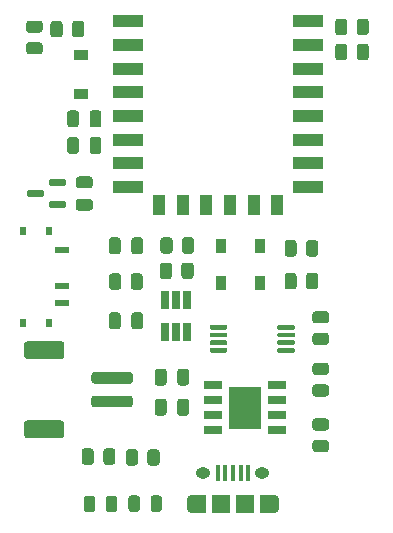
<source format=gtp>
G04 #@! TF.GenerationSoftware,KiCad,Pcbnew,(5.1.12)-1*
G04 #@! TF.CreationDate,2021-12-21T15:59:21+01:00*
G04 #@! TF.ProjectId,iot-postbox,696f742d-706f-4737-9462-6f782e6b6963,v0.3*
G04 #@! TF.SameCoordinates,Original*
G04 #@! TF.FileFunction,Paste,Top*
G04 #@! TF.FilePolarity,Positive*
%FSLAX46Y46*%
G04 Gerber Fmt 4.6, Leading zero omitted, Abs format (unit mm)*
G04 Created by KiCad (PCBNEW (5.1.12)-1) date 2021-12-21 15:59:21*
%MOMM*%
%LPD*%
G01*
G04 APERTURE LIST*
%ADD10R,0.600000X0.800000*%
%ADD11R,1.200000X0.600000*%
%ADD12R,0.650000X1.560000*%
%ADD13R,1.500000X0.650000*%
%ADD14R,2.700000X3.600000*%
%ADD15R,2.500000X1.000000*%
%ADD16R,1.000000X1.800000*%
%ADD17O,1.250000X0.950000*%
%ADD18R,1.200000X1.550000*%
%ADD19O,0.890000X1.550000*%
%ADD20R,1.500000X1.550000*%
%ADD21R,0.400000X1.350000*%
%ADD22R,1.200000X0.900000*%
%ADD23R,0.900000X1.200000*%
G04 APERTURE END LIST*
D10*
X100239000Y-135650000D03*
X102459000Y-135650000D03*
X100239000Y-127830000D03*
X102459000Y-127830000D03*
D11*
X103559000Y-129490000D03*
X103559000Y-132490000D03*
X103559000Y-133990000D03*
G36*
G01*
X103900000Y-125500000D02*
X103900000Y-125800000D01*
G75*
G02*
X103750000Y-125950000I-150000J0D01*
G01*
X102575000Y-125950000D01*
G75*
G02*
X102425000Y-125800000I0J150000D01*
G01*
X102425000Y-125500000D01*
G75*
G02*
X102575000Y-125350000I150000J0D01*
G01*
X103750000Y-125350000D01*
G75*
G02*
X103900000Y-125500000I0J-150000D01*
G01*
G37*
G36*
G01*
X103900000Y-123600000D02*
X103900000Y-123900000D01*
G75*
G02*
X103750000Y-124050000I-150000J0D01*
G01*
X102575000Y-124050000D01*
G75*
G02*
X102425000Y-123900000I0J150000D01*
G01*
X102425000Y-123600000D01*
G75*
G02*
X102575000Y-123450000I150000J0D01*
G01*
X103750000Y-123450000D01*
G75*
G02*
X103900000Y-123600000I0J-150000D01*
G01*
G37*
G36*
G01*
X102025000Y-124550000D02*
X102025000Y-124850000D01*
G75*
G02*
X101875000Y-125000000I-150000J0D01*
G01*
X100700000Y-125000000D01*
G75*
G02*
X100550000Y-124850000I0J150000D01*
G01*
X100550000Y-124550000D01*
G75*
G02*
X100700000Y-124400000I150000J0D01*
G01*
X101875000Y-124400000D01*
G75*
G02*
X102025000Y-124550000I0J-150000D01*
G01*
G37*
G36*
G01*
X116050000Y-136125000D02*
X116050000Y-135925000D01*
G75*
G02*
X116150000Y-135825000I100000J0D01*
G01*
X117425000Y-135825000D01*
G75*
G02*
X117525000Y-135925000I0J-100000D01*
G01*
X117525000Y-136125000D01*
G75*
G02*
X117425000Y-136225000I-100000J0D01*
G01*
X116150000Y-136225000D01*
G75*
G02*
X116050000Y-136125000I0J100000D01*
G01*
G37*
G36*
G01*
X116050000Y-136775000D02*
X116050000Y-136575000D01*
G75*
G02*
X116150000Y-136475000I100000J0D01*
G01*
X117425000Y-136475000D01*
G75*
G02*
X117525000Y-136575000I0J-100000D01*
G01*
X117525000Y-136775000D01*
G75*
G02*
X117425000Y-136875000I-100000J0D01*
G01*
X116150000Y-136875000D01*
G75*
G02*
X116050000Y-136775000I0J100000D01*
G01*
G37*
G36*
G01*
X116050000Y-137425000D02*
X116050000Y-137225000D01*
G75*
G02*
X116150000Y-137125000I100000J0D01*
G01*
X117425000Y-137125000D01*
G75*
G02*
X117525000Y-137225000I0J-100000D01*
G01*
X117525000Y-137425000D01*
G75*
G02*
X117425000Y-137525000I-100000J0D01*
G01*
X116150000Y-137525000D01*
G75*
G02*
X116050000Y-137425000I0J100000D01*
G01*
G37*
G36*
G01*
X116050000Y-138075000D02*
X116050000Y-137875000D01*
G75*
G02*
X116150000Y-137775000I100000J0D01*
G01*
X117425000Y-137775000D01*
G75*
G02*
X117525000Y-137875000I0J-100000D01*
G01*
X117525000Y-138075000D01*
G75*
G02*
X117425000Y-138175000I-100000J0D01*
G01*
X116150000Y-138175000D01*
G75*
G02*
X116050000Y-138075000I0J100000D01*
G01*
G37*
G36*
G01*
X121775000Y-138075000D02*
X121775000Y-137875000D01*
G75*
G02*
X121875000Y-137775000I100000J0D01*
G01*
X123150000Y-137775000D01*
G75*
G02*
X123250000Y-137875000I0J-100000D01*
G01*
X123250000Y-138075000D01*
G75*
G02*
X123150000Y-138175000I-100000J0D01*
G01*
X121875000Y-138175000D01*
G75*
G02*
X121775000Y-138075000I0J100000D01*
G01*
G37*
G36*
G01*
X121775000Y-137425000D02*
X121775000Y-137225000D01*
G75*
G02*
X121875000Y-137125000I100000J0D01*
G01*
X123150000Y-137125000D01*
G75*
G02*
X123250000Y-137225000I0J-100000D01*
G01*
X123250000Y-137425000D01*
G75*
G02*
X123150000Y-137525000I-100000J0D01*
G01*
X121875000Y-137525000D01*
G75*
G02*
X121775000Y-137425000I0J100000D01*
G01*
G37*
G36*
G01*
X121775000Y-136775000D02*
X121775000Y-136575000D01*
G75*
G02*
X121875000Y-136475000I100000J0D01*
G01*
X123150000Y-136475000D01*
G75*
G02*
X123250000Y-136575000I0J-100000D01*
G01*
X123250000Y-136775000D01*
G75*
G02*
X123150000Y-136875000I-100000J0D01*
G01*
X121875000Y-136875000D01*
G75*
G02*
X121775000Y-136775000I0J100000D01*
G01*
G37*
G36*
G01*
X121775000Y-136125000D02*
X121775000Y-135925000D01*
G75*
G02*
X121875000Y-135825000I100000J0D01*
G01*
X123150000Y-135825000D01*
G75*
G02*
X123250000Y-135925000I0J-100000D01*
G01*
X123250000Y-136125000D01*
G75*
G02*
X123150000Y-136225000I-100000J0D01*
G01*
X121875000Y-136225000D01*
G75*
G02*
X121775000Y-136125000I0J100000D01*
G01*
G37*
D12*
X112250000Y-136400000D03*
X113200000Y-136400000D03*
X114150000Y-136400000D03*
X114150000Y-133700000D03*
X112250000Y-133700000D03*
X113200000Y-133700000D03*
D13*
X121750000Y-144755000D03*
X121750000Y-143485000D03*
X121750000Y-142215000D03*
X121750000Y-140945000D03*
X116350000Y-140945000D03*
X116350000Y-142215000D03*
X116350000Y-143485000D03*
X116350000Y-144755000D03*
D14*
X119050000Y-142850000D03*
D15*
X109160000Y-110130000D03*
X109160000Y-112130000D03*
X109160000Y-114130000D03*
X109160000Y-116130000D03*
X109160000Y-118130000D03*
X109160000Y-120130000D03*
X109160000Y-122130000D03*
X109160000Y-124130000D03*
D16*
X111760000Y-125630000D03*
X113760000Y-125630000D03*
X115760000Y-125630000D03*
X117760000Y-125630000D03*
X119760000Y-125630000D03*
X121760000Y-125630000D03*
D15*
X124360000Y-124130000D03*
X124360000Y-122130000D03*
X124360000Y-120130000D03*
X124360000Y-118130000D03*
X124360000Y-116130000D03*
X124360000Y-114130000D03*
X124360000Y-112130000D03*
X124360000Y-110130000D03*
G36*
G01*
X125890002Y-144770000D02*
X124989998Y-144770000D01*
G75*
G02*
X124740000Y-144520002I0J249998D01*
G01*
X124740000Y-143994998D01*
G75*
G02*
X124989998Y-143745000I249998J0D01*
G01*
X125890002Y-143745000D01*
G75*
G02*
X126140000Y-143994998I0J-249998D01*
G01*
X126140000Y-144520002D01*
G75*
G02*
X125890002Y-144770000I-249998J0D01*
G01*
G37*
G36*
G01*
X125890002Y-146595000D02*
X124989998Y-146595000D01*
G75*
G02*
X124740000Y-146345002I0J249998D01*
G01*
X124740000Y-145819998D01*
G75*
G02*
X124989998Y-145570000I249998J0D01*
G01*
X125890002Y-145570000D01*
G75*
G02*
X126140000Y-145819998I0J-249998D01*
G01*
X126140000Y-146345002D01*
G75*
G02*
X125890002Y-146595000I-249998J0D01*
G01*
G37*
G36*
G01*
X114725000Y-128649998D02*
X114725000Y-129550002D01*
G75*
G02*
X114475002Y-129800000I-249998J0D01*
G01*
X113949998Y-129800000D01*
G75*
G02*
X113700000Y-129550002I0J249998D01*
G01*
X113700000Y-128649998D01*
G75*
G02*
X113949998Y-128400000I249998J0D01*
G01*
X114475002Y-128400000D01*
G75*
G02*
X114725000Y-128649998I0J-249998D01*
G01*
G37*
G36*
G01*
X112900000Y-128649998D02*
X112900000Y-129550002D01*
G75*
G02*
X112650002Y-129800000I-249998J0D01*
G01*
X112124998Y-129800000D01*
G75*
G02*
X111875000Y-129550002I0J249998D01*
G01*
X111875000Y-128649998D01*
G75*
G02*
X112124998Y-128400000I249998J0D01*
G01*
X112650002Y-128400000D01*
G75*
G02*
X112900000Y-128649998I0J-249998D01*
G01*
G37*
G36*
G01*
X111825000Y-131700002D02*
X111825000Y-130799998D01*
G75*
G02*
X112074998Y-130550000I249998J0D01*
G01*
X112600002Y-130550000D01*
G75*
G02*
X112850000Y-130799998I0J-249998D01*
G01*
X112850000Y-131700002D01*
G75*
G02*
X112600002Y-131950000I-249998J0D01*
G01*
X112074998Y-131950000D01*
G75*
G02*
X111825000Y-131700002I0J249998D01*
G01*
G37*
G36*
G01*
X113650000Y-131700002D02*
X113650000Y-130799998D01*
G75*
G02*
X113899998Y-130550000I249998J0D01*
G01*
X114425002Y-130550000D01*
G75*
G02*
X114675000Y-130799998I0J-249998D01*
G01*
X114675000Y-131700002D01*
G75*
G02*
X114425002Y-131950000I-249998J0D01*
G01*
X113899998Y-131950000D01*
G75*
G02*
X113650000Y-131700002I0J249998D01*
G01*
G37*
G36*
G01*
X107525000Y-132600002D02*
X107525000Y-131699998D01*
G75*
G02*
X107774998Y-131450000I249998J0D01*
G01*
X108300002Y-131450000D01*
G75*
G02*
X108550000Y-131699998I0J-249998D01*
G01*
X108550000Y-132600002D01*
G75*
G02*
X108300002Y-132850000I-249998J0D01*
G01*
X107774998Y-132850000D01*
G75*
G02*
X107525000Y-132600002I0J249998D01*
G01*
G37*
G36*
G01*
X109350000Y-132600002D02*
X109350000Y-131699998D01*
G75*
G02*
X109599998Y-131450000I249998J0D01*
G01*
X110125002Y-131450000D01*
G75*
G02*
X110375000Y-131699998I0J-249998D01*
G01*
X110375000Y-132600002D01*
G75*
G02*
X110125002Y-132850000I-249998J0D01*
G01*
X109599998Y-132850000D01*
G75*
G02*
X109350000Y-132600002I0J249998D01*
G01*
G37*
G36*
G01*
X124989998Y-140860000D02*
X125890002Y-140860000D01*
G75*
G02*
X126140000Y-141109998I0J-249998D01*
G01*
X126140000Y-141635002D01*
G75*
G02*
X125890002Y-141885000I-249998J0D01*
G01*
X124989998Y-141885000D01*
G75*
G02*
X124740000Y-141635002I0J249998D01*
G01*
X124740000Y-141109998D01*
G75*
G02*
X124989998Y-140860000I249998J0D01*
G01*
G37*
G36*
G01*
X124989998Y-139035000D02*
X125890002Y-139035000D01*
G75*
G02*
X126140000Y-139284998I0J-249998D01*
G01*
X126140000Y-139810002D01*
G75*
G02*
X125890002Y-140060000I-249998J0D01*
G01*
X124989998Y-140060000D01*
G75*
G02*
X124740000Y-139810002I0J249998D01*
G01*
X124740000Y-139284998D01*
G75*
G02*
X124989998Y-139035000I249998J0D01*
G01*
G37*
G36*
G01*
X107030000Y-147420002D02*
X107030000Y-146519998D01*
G75*
G02*
X107279998Y-146270000I249998J0D01*
G01*
X107805002Y-146270000D01*
G75*
G02*
X108055000Y-146519998I0J-249998D01*
G01*
X108055000Y-147420002D01*
G75*
G02*
X107805002Y-147670000I-249998J0D01*
G01*
X107279998Y-147670000D01*
G75*
G02*
X107030000Y-147420002I0J249998D01*
G01*
G37*
G36*
G01*
X105205000Y-147420002D02*
X105205000Y-146519998D01*
G75*
G02*
X105454998Y-146270000I249998J0D01*
G01*
X105980002Y-146270000D01*
G75*
G02*
X106230000Y-146519998I0J-249998D01*
G01*
X106230000Y-147420002D01*
G75*
G02*
X105980002Y-147670000I-249998J0D01*
G01*
X105454998Y-147670000D01*
G75*
G02*
X105205000Y-147420002I0J249998D01*
G01*
G37*
G36*
G01*
X111795000Y-146589998D02*
X111795000Y-147490002D01*
G75*
G02*
X111545002Y-147740000I-249998J0D01*
G01*
X111019998Y-147740000D01*
G75*
G02*
X110770000Y-147490002I0J249998D01*
G01*
X110770000Y-146589998D01*
G75*
G02*
X111019998Y-146340000I249998J0D01*
G01*
X111545002Y-146340000D01*
G75*
G02*
X111795000Y-146589998I0J-249998D01*
G01*
G37*
G36*
G01*
X109970000Y-146589998D02*
X109970000Y-147490002D01*
G75*
G02*
X109720002Y-147740000I-249998J0D01*
G01*
X109194998Y-147740000D01*
G75*
G02*
X108945000Y-147490002I0J249998D01*
G01*
X108945000Y-146589998D01*
G75*
G02*
X109194998Y-146340000I249998J0D01*
G01*
X109720002Y-146340000D01*
G75*
G02*
X109970000Y-146589998I0J-249998D01*
G01*
G37*
G36*
G01*
X122375000Y-129790002D02*
X122375000Y-128889998D01*
G75*
G02*
X122624998Y-128640000I249998J0D01*
G01*
X123150002Y-128640000D01*
G75*
G02*
X123400000Y-128889998I0J-249998D01*
G01*
X123400000Y-129790002D01*
G75*
G02*
X123150002Y-130040000I-249998J0D01*
G01*
X122624998Y-130040000D01*
G75*
G02*
X122375000Y-129790002I0J249998D01*
G01*
G37*
G36*
G01*
X124200000Y-129790002D02*
X124200000Y-128889998D01*
G75*
G02*
X124449998Y-128640000I249998J0D01*
G01*
X124975002Y-128640000D01*
G75*
G02*
X125225000Y-128889998I0J-249998D01*
G01*
X125225000Y-129790002D01*
G75*
G02*
X124975002Y-130040000I-249998J0D01*
G01*
X124449998Y-130040000D01*
G75*
G02*
X124200000Y-129790002I0J249998D01*
G01*
G37*
G36*
G01*
X122375000Y-132565002D02*
X122375000Y-131664998D01*
G75*
G02*
X122624998Y-131415000I249998J0D01*
G01*
X123150002Y-131415000D01*
G75*
G02*
X123400000Y-131664998I0J-249998D01*
G01*
X123400000Y-132565002D01*
G75*
G02*
X123150002Y-132815000I-249998J0D01*
G01*
X122624998Y-132815000D01*
G75*
G02*
X122375000Y-132565002I0J249998D01*
G01*
G37*
G36*
G01*
X124200000Y-132565002D02*
X124200000Y-131664998D01*
G75*
G02*
X124449998Y-131415000I249998J0D01*
G01*
X124975002Y-131415000D01*
G75*
G02*
X125225000Y-131664998I0J-249998D01*
G01*
X125225000Y-132565002D01*
G75*
G02*
X124975002Y-132815000I-249998J0D01*
G01*
X124449998Y-132815000D01*
G75*
G02*
X124200000Y-132565002I0J249998D01*
G01*
G37*
G36*
G01*
X100743998Y-110065000D02*
X101644002Y-110065000D01*
G75*
G02*
X101894000Y-110314998I0J-249998D01*
G01*
X101894000Y-110840002D01*
G75*
G02*
X101644002Y-111090000I-249998J0D01*
G01*
X100743998Y-111090000D01*
G75*
G02*
X100494000Y-110840002I0J249998D01*
G01*
X100494000Y-110314998D01*
G75*
G02*
X100743998Y-110065000I249998J0D01*
G01*
G37*
G36*
G01*
X100743998Y-111890000D02*
X101644002Y-111890000D01*
G75*
G02*
X101894000Y-112139998I0J-249998D01*
G01*
X101894000Y-112665002D01*
G75*
G02*
X101644002Y-112915000I-249998J0D01*
G01*
X100743998Y-112915000D01*
G75*
G02*
X100494000Y-112665002I0J249998D01*
G01*
X100494000Y-112139998D01*
G75*
G02*
X100743998Y-111890000I249998J0D01*
G01*
G37*
G36*
G01*
X128488000Y-111040002D02*
X128488000Y-110139998D01*
G75*
G02*
X128737998Y-109890000I249998J0D01*
G01*
X129263002Y-109890000D01*
G75*
G02*
X129513000Y-110139998I0J-249998D01*
G01*
X129513000Y-111040002D01*
G75*
G02*
X129263002Y-111290000I-249998J0D01*
G01*
X128737998Y-111290000D01*
G75*
G02*
X128488000Y-111040002I0J249998D01*
G01*
G37*
G36*
G01*
X126663000Y-111040002D02*
X126663000Y-110139998D01*
G75*
G02*
X126912998Y-109890000I249998J0D01*
G01*
X127438002Y-109890000D01*
G75*
G02*
X127688000Y-110139998I0J-249998D01*
G01*
X127688000Y-111040002D01*
G75*
G02*
X127438002Y-111290000I-249998J0D01*
G01*
X126912998Y-111290000D01*
G75*
G02*
X126663000Y-111040002I0J249998D01*
G01*
G37*
G36*
G01*
X124989998Y-136490000D02*
X125890002Y-136490000D01*
G75*
G02*
X126140000Y-136739998I0J-249998D01*
G01*
X126140000Y-137265002D01*
G75*
G02*
X125890002Y-137515000I-249998J0D01*
G01*
X124989998Y-137515000D01*
G75*
G02*
X124740000Y-137265002I0J249998D01*
G01*
X124740000Y-136739998D01*
G75*
G02*
X124989998Y-136490000I249998J0D01*
G01*
G37*
G36*
G01*
X124989998Y-134665000D02*
X125890002Y-134665000D01*
G75*
G02*
X126140000Y-134914998I0J-249998D01*
G01*
X126140000Y-135440002D01*
G75*
G02*
X125890002Y-135690000I-249998J0D01*
G01*
X124989998Y-135690000D01*
G75*
G02*
X124740000Y-135440002I0J249998D01*
G01*
X124740000Y-134914998D01*
G75*
G02*
X124989998Y-134665000I249998J0D01*
G01*
G37*
G36*
G01*
X128488000Y-113160002D02*
X128488000Y-112259998D01*
G75*
G02*
X128737998Y-112010000I249998J0D01*
G01*
X129263002Y-112010000D01*
G75*
G02*
X129513000Y-112259998I0J-249998D01*
G01*
X129513000Y-113160002D01*
G75*
G02*
X129263002Y-113410000I-249998J0D01*
G01*
X128737998Y-113410000D01*
G75*
G02*
X128488000Y-113160002I0J249998D01*
G01*
G37*
G36*
G01*
X126663000Y-113160002D02*
X126663000Y-112259998D01*
G75*
G02*
X126912998Y-112010000I249998J0D01*
G01*
X127438002Y-112010000D01*
G75*
G02*
X127688000Y-112259998I0J-249998D01*
G01*
X127688000Y-113160002D01*
G75*
G02*
X127438002Y-113410000I-249998J0D01*
G01*
X126912998Y-113410000D01*
G75*
G02*
X126663000Y-113160002I0J249998D01*
G01*
G37*
G36*
G01*
X102560000Y-111230002D02*
X102560000Y-110329998D01*
G75*
G02*
X102809998Y-110080000I249998J0D01*
G01*
X103335002Y-110080000D01*
G75*
G02*
X103585000Y-110329998I0J-249998D01*
G01*
X103585000Y-111230002D01*
G75*
G02*
X103335002Y-111480000I-249998J0D01*
G01*
X102809998Y-111480000D01*
G75*
G02*
X102560000Y-111230002I0J249998D01*
G01*
G37*
G36*
G01*
X104385000Y-111230002D02*
X104385000Y-110329998D01*
G75*
G02*
X104634998Y-110080000I249998J0D01*
G01*
X105160002Y-110080000D01*
G75*
G02*
X105410000Y-110329998I0J-249998D01*
G01*
X105410000Y-111230002D01*
G75*
G02*
X105160002Y-111480000I-249998J0D01*
G01*
X104634998Y-111480000D01*
G75*
G02*
X104385000Y-111230002I0J249998D01*
G01*
G37*
G36*
G01*
X100580000Y-143910000D02*
X103480000Y-143910000D01*
G75*
G02*
X103730000Y-144160000I0J-250000D01*
G01*
X103730000Y-145160000D01*
G75*
G02*
X103480000Y-145410000I-250000J0D01*
G01*
X100580000Y-145410000D01*
G75*
G02*
X100330000Y-145160000I0J250000D01*
G01*
X100330000Y-144160000D01*
G75*
G02*
X100580000Y-143910000I250000J0D01*
G01*
G37*
G36*
G01*
X100580000Y-137210000D02*
X103480000Y-137210000D01*
G75*
G02*
X103730000Y-137460000I0J-250000D01*
G01*
X103730000Y-138460000D01*
G75*
G02*
X103480000Y-138710000I-250000J0D01*
G01*
X100580000Y-138710000D01*
G75*
G02*
X100330000Y-138460000I0J250000D01*
G01*
X100330000Y-137460000D01*
G75*
G02*
X100580000Y-137210000I250000J0D01*
G01*
G37*
G36*
G01*
X106280000Y-141810000D02*
X109280000Y-141810000D01*
G75*
G02*
X109530000Y-142060000I0J-250000D01*
G01*
X109530000Y-142560000D01*
G75*
G02*
X109280000Y-142810000I-250000J0D01*
G01*
X106280000Y-142810000D01*
G75*
G02*
X106030000Y-142560000I0J250000D01*
G01*
X106030000Y-142060000D01*
G75*
G02*
X106280000Y-141810000I250000J0D01*
G01*
G37*
G36*
G01*
X106280000Y-139810000D02*
X109280000Y-139810000D01*
G75*
G02*
X109530000Y-140060000I0J-250000D01*
G01*
X109530000Y-140560000D01*
G75*
G02*
X109280000Y-140810000I-250000J0D01*
G01*
X106280000Y-140810000D01*
G75*
G02*
X106030000Y-140560000I0J250000D01*
G01*
X106030000Y-140060000D01*
G75*
G02*
X106280000Y-139810000I250000J0D01*
G01*
G37*
D17*
X120510000Y-148320000D03*
X115510000Y-148320000D03*
D18*
X120910000Y-151020000D03*
X115110000Y-151020000D03*
D19*
X121510000Y-151020000D03*
D20*
X119010000Y-151020000D03*
X117010000Y-151020000D03*
D19*
X114510000Y-151020000D03*
D21*
X119310000Y-148320000D03*
X118660000Y-148320000D03*
X118010000Y-148320000D03*
X117360000Y-148320000D03*
X116710000Y-148320000D03*
G36*
G01*
X107248000Y-151446250D02*
X107248000Y-150533750D01*
G75*
G02*
X107491750Y-150290000I243750J0D01*
G01*
X107979250Y-150290000D01*
G75*
G02*
X108223000Y-150533750I0J-243750D01*
G01*
X108223000Y-151446250D01*
G75*
G02*
X107979250Y-151690000I-243750J0D01*
G01*
X107491750Y-151690000D01*
G75*
G02*
X107248000Y-151446250I0J243750D01*
G01*
G37*
G36*
G01*
X105373000Y-151446250D02*
X105373000Y-150533750D01*
G75*
G02*
X105616750Y-150290000I243750J0D01*
G01*
X106104250Y-150290000D01*
G75*
G02*
X106348000Y-150533750I0J-243750D01*
G01*
X106348000Y-151446250D01*
G75*
G02*
X106104250Y-151690000I-243750J0D01*
G01*
X105616750Y-151690000D01*
G75*
G02*
X105373000Y-151446250I0J243750D01*
G01*
G37*
G36*
G01*
X109155000Y-151416250D02*
X109155000Y-150503750D01*
G75*
G02*
X109398750Y-150260000I243750J0D01*
G01*
X109886250Y-150260000D01*
G75*
G02*
X110130000Y-150503750I0J-243750D01*
G01*
X110130000Y-151416250D01*
G75*
G02*
X109886250Y-151660000I-243750J0D01*
G01*
X109398750Y-151660000D01*
G75*
G02*
X109155000Y-151416250I0J243750D01*
G01*
G37*
G36*
G01*
X111030000Y-151416250D02*
X111030000Y-150503750D01*
G75*
G02*
X111273750Y-150260000I243750J0D01*
G01*
X111761250Y-150260000D01*
G75*
G02*
X112005000Y-150503750I0J-243750D01*
G01*
X112005000Y-151416250D01*
G75*
G02*
X111761250Y-151660000I-243750J0D01*
G01*
X111273750Y-151660000D01*
G75*
G02*
X111030000Y-151416250I0J243750D01*
G01*
G37*
D22*
X105115000Y-112950000D03*
X105115000Y-116250000D03*
D23*
X117030000Y-132315000D03*
X120330000Y-132315000D03*
X117030000Y-129140000D03*
X120330000Y-129140000D03*
G36*
G01*
X104950000Y-123250000D02*
X105900000Y-123250000D01*
G75*
G02*
X106150000Y-123500000I0J-250000D01*
G01*
X106150000Y-124000000D01*
G75*
G02*
X105900000Y-124250000I-250000J0D01*
G01*
X104950000Y-124250000D01*
G75*
G02*
X104700000Y-124000000I0J250000D01*
G01*
X104700000Y-123500000D01*
G75*
G02*
X104950000Y-123250000I250000J0D01*
G01*
G37*
G36*
G01*
X104950000Y-125150000D02*
X105900000Y-125150000D01*
G75*
G02*
X106150000Y-125400000I0J-250000D01*
G01*
X106150000Y-125900000D01*
G75*
G02*
X105900000Y-126150000I-250000J0D01*
G01*
X104950000Y-126150000D01*
G75*
G02*
X104700000Y-125900000I0J250000D01*
G01*
X104700000Y-125400000D01*
G75*
G02*
X104950000Y-125150000I250000J0D01*
G01*
G37*
G36*
G01*
X107500000Y-129605000D02*
X107500000Y-128655000D01*
G75*
G02*
X107750000Y-128405000I250000J0D01*
G01*
X108250000Y-128405000D01*
G75*
G02*
X108500000Y-128655000I0J-250000D01*
G01*
X108500000Y-129605000D01*
G75*
G02*
X108250000Y-129855000I-250000J0D01*
G01*
X107750000Y-129855000D01*
G75*
G02*
X107500000Y-129605000I0J250000D01*
G01*
G37*
G36*
G01*
X109400000Y-129605000D02*
X109400000Y-128655000D01*
G75*
G02*
X109650000Y-128405000I250000J0D01*
G01*
X110150000Y-128405000D01*
G75*
G02*
X110400000Y-128655000I0J-250000D01*
G01*
X110400000Y-129605000D01*
G75*
G02*
X110150000Y-129855000I-250000J0D01*
G01*
X109650000Y-129855000D01*
G75*
G02*
X109400000Y-129605000I0J250000D01*
G01*
G37*
G36*
G01*
X110400000Y-135005000D02*
X110400000Y-135955000D01*
G75*
G02*
X110150000Y-136205000I-250000J0D01*
G01*
X109650000Y-136205000D01*
G75*
G02*
X109400000Y-135955000I0J250000D01*
G01*
X109400000Y-135005000D01*
G75*
G02*
X109650000Y-134755000I250000J0D01*
G01*
X110150000Y-134755000D01*
G75*
G02*
X110400000Y-135005000I0J-250000D01*
G01*
G37*
G36*
G01*
X108500000Y-135005000D02*
X108500000Y-135955000D01*
G75*
G02*
X108250000Y-136205000I-250000J0D01*
G01*
X107750000Y-136205000D01*
G75*
G02*
X107500000Y-135955000I0J250000D01*
G01*
X107500000Y-135005000D01*
G75*
G02*
X107750000Y-134755000I250000J0D01*
G01*
X108250000Y-134755000D01*
G75*
G02*
X108500000Y-135005000I0J-250000D01*
G01*
G37*
G36*
G01*
X111390000Y-140715000D02*
X111390000Y-139765000D01*
G75*
G02*
X111640000Y-139515000I250000J0D01*
G01*
X112140000Y-139515000D01*
G75*
G02*
X112390000Y-139765000I0J-250000D01*
G01*
X112390000Y-140715000D01*
G75*
G02*
X112140000Y-140965000I-250000J0D01*
G01*
X111640000Y-140965000D01*
G75*
G02*
X111390000Y-140715000I0J250000D01*
G01*
G37*
G36*
G01*
X113290000Y-140715000D02*
X113290000Y-139765000D01*
G75*
G02*
X113540000Y-139515000I250000J0D01*
G01*
X114040000Y-139515000D01*
G75*
G02*
X114290000Y-139765000I0J-250000D01*
G01*
X114290000Y-140715000D01*
G75*
G02*
X114040000Y-140965000I-250000J0D01*
G01*
X113540000Y-140965000D01*
G75*
G02*
X113290000Y-140715000I0J250000D01*
G01*
G37*
G36*
G01*
X111390000Y-143265000D02*
X111390000Y-142315000D01*
G75*
G02*
X111640000Y-142065000I250000J0D01*
G01*
X112140000Y-142065000D01*
G75*
G02*
X112390000Y-142315000I0J-250000D01*
G01*
X112390000Y-143265000D01*
G75*
G02*
X112140000Y-143515000I-250000J0D01*
G01*
X111640000Y-143515000D01*
G75*
G02*
X111390000Y-143265000I0J250000D01*
G01*
G37*
G36*
G01*
X113290000Y-143265000D02*
X113290000Y-142315000D01*
G75*
G02*
X113540000Y-142065000I250000J0D01*
G01*
X114040000Y-142065000D01*
G75*
G02*
X114290000Y-142315000I0J-250000D01*
G01*
X114290000Y-143265000D01*
G75*
G02*
X114040000Y-143515000I-250000J0D01*
G01*
X113540000Y-143515000D01*
G75*
G02*
X113290000Y-143265000I0J250000D01*
G01*
G37*
G36*
G01*
X106869000Y-120155000D02*
X106869000Y-121105000D01*
G75*
G02*
X106619000Y-121355000I-250000J0D01*
G01*
X106119000Y-121355000D01*
G75*
G02*
X105869000Y-121105000I0J250000D01*
G01*
X105869000Y-120155000D01*
G75*
G02*
X106119000Y-119905000I250000J0D01*
G01*
X106619000Y-119905000D01*
G75*
G02*
X106869000Y-120155000I0J-250000D01*
G01*
G37*
G36*
G01*
X104969000Y-120155000D02*
X104969000Y-121105000D01*
G75*
G02*
X104719000Y-121355000I-250000J0D01*
G01*
X104219000Y-121355000D01*
G75*
G02*
X103969000Y-121105000I0J250000D01*
G01*
X103969000Y-120155000D01*
G75*
G02*
X104219000Y-119905000I250000J0D01*
G01*
X104719000Y-119905000D01*
G75*
G02*
X104969000Y-120155000I0J-250000D01*
G01*
G37*
G36*
G01*
X106869000Y-117900000D02*
X106869000Y-118850000D01*
G75*
G02*
X106619000Y-119100000I-250000J0D01*
G01*
X106119000Y-119100000D01*
G75*
G02*
X105869000Y-118850000I0J250000D01*
G01*
X105869000Y-117900000D01*
G75*
G02*
X106119000Y-117650000I250000J0D01*
G01*
X106619000Y-117650000D01*
G75*
G02*
X106869000Y-117900000I0J-250000D01*
G01*
G37*
G36*
G01*
X104969000Y-117900000D02*
X104969000Y-118850000D01*
G75*
G02*
X104719000Y-119100000I-250000J0D01*
G01*
X104219000Y-119100000D01*
G75*
G02*
X103969000Y-118850000I0J250000D01*
G01*
X103969000Y-117900000D01*
G75*
G02*
X104219000Y-117650000I250000J0D01*
G01*
X104719000Y-117650000D01*
G75*
G02*
X104969000Y-117900000I0J-250000D01*
G01*
G37*
M02*

</source>
